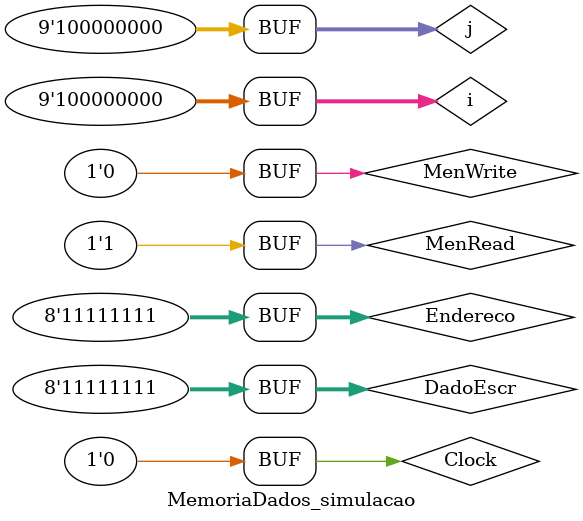
<source format=v>
module MemoriaDados_simulacao;

  reg [7:0] Endereco, DadoEscr;
  reg Clock, MenWrite, MenRead;
  wire [7:0] DadoLido;

  reg [8:0] i, j;

  initial begin
    Clock <= 0;
    MenWrite <= 1;
    MenRead <= 0;
  end

  initial begin
    $monitor("Time=%0d Endereco=%b DadoEscr=%b DadoLido=%b MenWrite=%b MenRead=%b Clock=%b",
    $time, Endereco, DadoEscr, DadoLido, MenWrite, MenRead, Clock);
    
  end

  always begin
    #1 Clock <= 1;
    #1 Clock <= 0;
  end

  always begin

    for(i = 0; i < 256; i = i + 1) begin
      #2 Endereco <= i;
         DadoEscr <= i;
         MenWrite <= 1;
         MenRead <= 0;
    end
    
    for(j = 0; j < 256; j = j + 1) begin
      #2 Endereco <= j;
         MenWrite <= 0;
         MenRead <= 1;
    end

  end

  MenoriaDados MenoriaDados1 (Endereco, DadoEscr, DadoLido, MenWrite, MenRead, Clock);

endmodule
</source>
